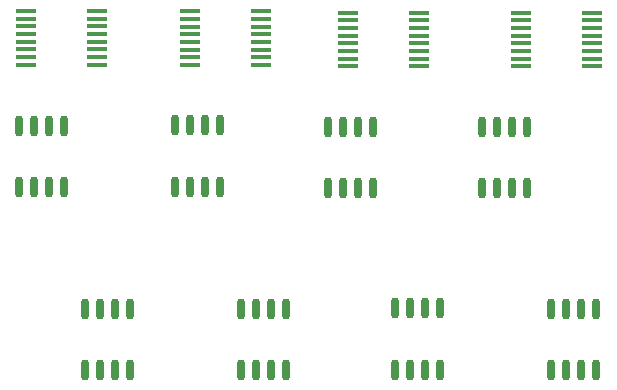
<source format=gbp>
G04 Layer_Color=128*
%FSLAX25Y25*%
%MOIN*%
G70*
G01*
G75*
%ADD34R,0.07100X0.01600*%
%ADD35O,0.02756X0.07087*%
G54D34*
X37189Y161457D02*
D03*
X37189Y158898D02*
D03*
X37189Y151221D02*
D03*
Y143543D02*
D03*
X60811D02*
D03*
Y146102D02*
D03*
Y153779D02*
D03*
Y161457D02*
D03*
Y158898D02*
D03*
Y156339D02*
D03*
Y151221D02*
D03*
Y148661D02*
D03*
X37189D02*
D03*
Y146102D02*
D03*
Y156339D02*
D03*
Y153779D02*
D03*
X89878Y161000D02*
D03*
X89878Y158441D02*
D03*
X89878Y150764D02*
D03*
Y143087D02*
D03*
X113500D02*
D03*
Y145646D02*
D03*
Y153323D02*
D03*
Y161000D02*
D03*
Y158441D02*
D03*
Y155882D02*
D03*
Y150764D02*
D03*
Y148205D02*
D03*
X89878D02*
D03*
Y145646D02*
D03*
Y155882D02*
D03*
Y153323D02*
D03*
X-17622Y161500D02*
D03*
X-17622Y158941D02*
D03*
X-17622Y151264D02*
D03*
Y143587D02*
D03*
X6000D02*
D03*
Y146146D02*
D03*
Y153823D02*
D03*
Y161500D02*
D03*
Y158941D02*
D03*
Y156382D02*
D03*
Y151264D02*
D03*
Y148705D02*
D03*
X-17622D02*
D03*
Y146146D02*
D03*
Y156382D02*
D03*
Y153823D02*
D03*
X147378Y161000D02*
D03*
X147378Y158441D02*
D03*
X147378Y150764D02*
D03*
Y143087D02*
D03*
X171000D02*
D03*
Y145646D02*
D03*
Y153323D02*
D03*
Y161000D02*
D03*
Y150764D02*
D03*
Y148205D02*
D03*
Y158441D02*
D03*
Y155882D02*
D03*
X147378Y148205D02*
D03*
Y145646D02*
D03*
Y155882D02*
D03*
Y153323D02*
D03*
G54D35*
X-5000Y102847D02*
D03*
X-10000D02*
D03*
X-15000D02*
D03*
X-20000D02*
D03*
X-5000Y123319D02*
D03*
X-10000D02*
D03*
X-15000D02*
D03*
X-20000D02*
D03*
X17000Y41827D02*
D03*
X12000D02*
D03*
X7000D02*
D03*
X2000D02*
D03*
X17000Y62299D02*
D03*
X12000D02*
D03*
X7000D02*
D03*
X2000D02*
D03*
X47000Y103000D02*
D03*
X42000D02*
D03*
X37000D02*
D03*
X32000D02*
D03*
X47000Y123472D02*
D03*
X42000D02*
D03*
X37000D02*
D03*
X32000D02*
D03*
X69000Y41827D02*
D03*
X64000D02*
D03*
X59000D02*
D03*
X54000D02*
D03*
X69000Y62299D02*
D03*
X64000D02*
D03*
X59000D02*
D03*
X54000D02*
D03*
X98000Y102500D02*
D03*
X93000D02*
D03*
X88000D02*
D03*
X83000D02*
D03*
X98000Y122972D02*
D03*
X93000D02*
D03*
X88000D02*
D03*
X83000D02*
D03*
X120500Y42000D02*
D03*
X115500D02*
D03*
X110500D02*
D03*
X105500D02*
D03*
X120500Y62472D02*
D03*
X115500D02*
D03*
X110500D02*
D03*
X105500D02*
D03*
X149500Y102500D02*
D03*
X144500D02*
D03*
X139500D02*
D03*
X134500D02*
D03*
X149500Y122972D02*
D03*
X144500D02*
D03*
X139500D02*
D03*
X134500D02*
D03*
X172500Y41827D02*
D03*
X167500D02*
D03*
X162500D02*
D03*
X157500D02*
D03*
X172500Y62299D02*
D03*
X167500D02*
D03*
X162500D02*
D03*
X157500D02*
D03*
M02*

</source>
